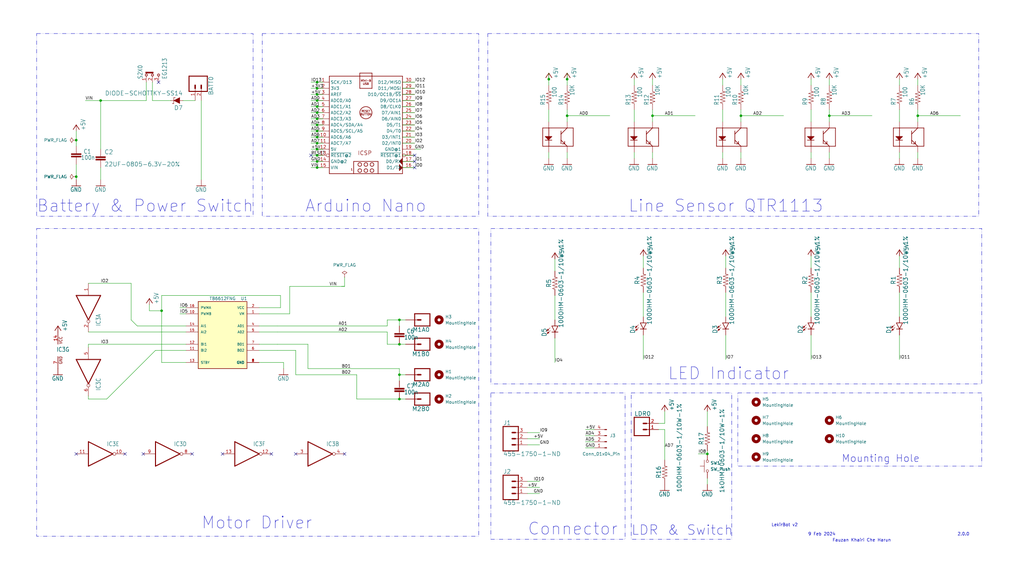
<source format=kicad_sch>
(kicad_sch (version 20230121) (generator eeschema)
  (paper "User" 426.517 239.243)
  (junction (at 132.08 52.07))
  (junction (at 132.08 57.15))
  (junction (at 31.75 58.42))
  (junction (at 132.08 62.23))
  (junction (at 132.08 44.45))
  (junction (at 166.37 143.51))
  (junction (at 31.75 73.66))
  (junction (at 132.08 49.53))
  (junction (at 294.64 189.23))
  (junction (at 308.61 48.26))
  (junction (at 345.44 48.26))
  (junction (at 132.08 34.29))
  (junction (at 132.08 69.85))
  (junction (at 132.08 54.61))
  (junction (at 132.08 59.69))
  (junction (at 41.91 41.91))
  (junction (at 166.37 166.37))
  (junction (at 132.08 39.37))
  (junction (at 132.08 64.77))
  (junction (at 132.08 36.83))
  (junction (at 228.6 33.02))
  (junction (at 166.37 156.21))
  (junction (at 132.08 67.31))
  (junction (at 236.22 33.02))
  (junction (at 271.78 48.26))
  (junction (at 382.27 48.26))
  (junction (at 236.22 48.26))
  (junction (at 67.31 129.54))
  (junction (at 132.08 41.91))
  (junction (at 166.37 133.35))
  (junction (at 132.08 46.99))
  (no_connect (at 172.72 67.31))
  (no_connect (at 52.07 189.23))
  (no_connect (at 80.01 189.23))
  (no_connect (at 129.54 64.77))
  (no_connect (at 59.69 189.23))
  (no_connect (at 92.71 189.23))
  (no_connect (at 172.72 69.85))
  (no_connect (at 66.04 34.29))
  (no_connect (at 31.75 189.23))
  (no_connect (at 123.19 189.23))
  (no_connect (at 143.51 189.23))
  (no_connect (at 172.72 64.77))
  (no_connect (at 113.03 189.23))
  (wire (pts (xy 120.65 119.38) (xy 143.51 119.38)) (stroke (width 0.1524)))
  (wire (pts (xy 132.08 67.31) (xy 134.62 67.31)) (stroke (width 0.1524)))
  (wire (pts (xy 128.27 153.67) (xy 166.37 153.67)) (stroke (width 0.1524)))
  (wire (pts (xy 148.59 156.21) (xy 148.59 166.37)) (stroke (width 0.1524)))
  (wire (pts (xy 167.64 49.53) (xy 172.72 49.53)) (stroke (width 0.1524)))
  (wire (pts (xy 67.31 151.13) (xy 77.47 151.13)))
  (wire (pts (xy 382.27 63.5) (xy 382.27 66.04)) (stroke (width 0.1524)))
  (wire (pts (xy 161.29 133.35) (xy 166.37 133.35)) (stroke (width 0.1524)))
  (wire (pts (xy 107.95 146.05) (xy 115.57 146.05)))
  (wire (pts (xy 374.65 111.76) (xy 374.65 106.68)) (stroke (width 0.1524)))
  (wire (pts (xy 167.64 41.91) (xy 172.72 41.91)) (stroke (width 0.1524)))
  (wire (pts (xy 166.37 166.37) (xy 168.91 166.37)) (stroke (width 0.1524)))
  (wire (pts (xy 276.86 179.07) (xy 274.32 179.07)) (stroke (width 0.1524)))
  (wire (pts (xy 264.16 45.72) (xy 264.16 50.8)) (stroke (width 0.1524)))
  (wire (pts (xy 345.44 63.5) (xy 345.44 66.04)) (stroke (width 0.1524)))
  (wire (pts (xy 67.31 151.13) (xy 67.31 129.54)))
  (wire (pts (xy 31.75 68.58) (xy 31.75 73.66)) (stroke (width 0.1524)))
  (wire (pts (xy 161.29 138.43) (xy 161.29 143.51)) (stroke (width 0.1524)))
  (wire (pts (xy 337.82 33.02) (xy 337.82 35.56)) (stroke (width 0.1524)))
  (wire (pts (xy 271.78 63.5) (xy 271.78 66.04)) (stroke (width 0.1524)))
  (wire (pts (xy 337.82 139.7) (xy 337.82 149.86)) (stroke (width 0.1524)))
  (wire (pts (xy 132.08 64.77) (xy 134.62 64.77)) (stroke (width 0.1524)))
  (wire (pts (xy 132.08 57.15) (xy 134.62 57.15)) (stroke (width 0.1524)))
  (wire (pts (xy 132.08 54.61) (xy 129.54 54.61)) (stroke (width 0.1524)))
  (wire (pts (xy 302.26 121.92) (xy 302.26 132.08)) (stroke (width 0.1524)))
  (wire (pts (xy 64.77 146.05) (xy 44.45 166.37)) (stroke (width 0.1524)))
  (wire (pts (xy 132.08 44.45) (xy 129.54 44.45)) (stroke (width 0.1524)))
  (wire (pts (xy 132.08 46.99) (xy 129.54 46.99)) (stroke (width 0.1524)))
  (wire (pts (xy 36.83 143.51) (xy 77.47 143.51)) (stroke (width 0.1524)))
  (wire (pts (xy 123.19 146.05) (xy 123.19 156.21)) (stroke (width 0.1524)))
  (wire (pts (xy 382.27 48.26) (xy 400.05 48.26)) (stroke (width 0.1524)))
  (wire (pts (xy 166.37 153.67) (xy 166.37 156.21)) (stroke (width 0.1524)))
  (wire (pts (xy 271.78 50.8) (xy 271.78 48.26)) (stroke (width 0.1524)))
  (wire (pts (xy 31.75 73.66) (xy 31.75 74.93)) (stroke (width 0.1524)))
  (wire (pts (xy 167.64 59.69) (xy 172.72 59.69)) (stroke (width 0.1524)))
  (wire (pts (xy 374.65 45.72) (xy 374.65 50.8)) (stroke (width 0.1524)))
  (wire (pts (xy 120.65 119.38) (xy 120.65 130.81)) (stroke (width 0.1524)))
  (wire (pts (xy 236.22 30.48) (xy 236.22 33.02)) (stroke (width 0.1524)))
  (wire (pts (xy 167.64 36.83) (xy 172.72 36.83)) (stroke (width 0.1524)))
  (wire (pts (xy 115.57 146.05) (xy 123.19 146.05)) (stroke (width 0.1524)))
  (wire (pts (xy 264.16 66.04) (xy 264.16 63.5)) (stroke (width 0.1524)))
  (wire (pts (xy 116.84 128.27) (xy 116.84 123.19)))
  (wire (pts (xy 115.57 135.89) (xy 161.29 135.89)) (stroke (width 0.1524)))
  (wire (pts (xy 74.93 128.27) (xy 77.47 128.27)))
  (wire (pts (xy 382.27 45.72) (xy 382.27 48.26)) (stroke (width 0.1524)))
  (wire (pts (xy 63.5 41.91) (xy 63.5 34.29)))
  (wire (pts (xy 219.71 200.66) (xy 224.79 200.66)) (stroke (width 0.1524)))
  (wire (pts (xy 132.08 52.07) (xy 134.62 52.07)) (stroke (width 0.1524)))
  (wire (pts (xy 132.08 44.45) (xy 134.62 44.45)) (stroke (width 0.1524)))
  (wire (pts (xy 267.97 121.92) (xy 267.97 132.08)) (stroke (width 0.1524)))
  (wire (pts (xy 31.75 58.42) (xy 31.75 60.96)) (stroke (width 0.1524)))
  (wire (pts (xy 382.27 33.02) (xy 382.27 35.56)) (stroke (width 0.1524)))
  (wire (pts (xy 128.27 153.67) (xy 128.27 143.51)) (stroke (width 0.1524)))
  (wire (pts (xy 132.08 39.37) (xy 129.54 39.37)) (stroke (width 0.1524)))
  (wire (pts (xy 267.97 111.76) (xy 267.97 106.68)) (stroke (width 0.1524)))
  (wire (pts (xy 167.64 67.31) (xy 172.72 67.31)) (stroke (width 0.1524)))
  (wire (pts (xy 228.6 33.02) (xy 228.6 35.56)) (stroke (width 0.1524)))
  (wire (pts (xy 36.83 143.51) (xy 36.83 144.78)) (stroke (width 0.1524)))
  (wire (pts (xy 167.64 39.37) (xy 172.72 39.37)) (stroke (width 0.1524)))
  (wire (pts (xy 231.14 113.03) (xy 231.14 107.95)) (stroke (width 0.1524)))
  (wire (pts (xy 236.22 50.8) (xy 236.22 48.26)) (stroke (width 0.1524)))
  (wire (pts (xy 64.77 146.05) (xy 77.47 146.05)))
  (wire (pts (xy 337.82 66.04) (xy 337.82 63.5)) (stroke (width 0.1524)))
  (wire (pts (xy 36.83 165.1) (xy 36.83 166.37)))
  (wire (pts (xy 374.65 33.02) (xy 374.65 35.56)) (stroke (width 0.1524)))
  (wire (pts (xy 219.71 203.2) (xy 224.79 203.2)) (stroke (width 0.1524)))
  (wire (pts (xy 302.26 139.7) (xy 302.26 149.86)) (stroke (width 0.1524)))
  (wire (pts (xy 41.91 69.85) (xy 41.91 74.93)) (stroke (width 0.1524)))
  (wire (pts (xy 294.64 199.39) (xy 294.64 201.93)))
  (wire (pts (xy 132.08 52.07) (xy 129.54 52.07)) (stroke (width 0.1524)))
  (wire (pts (xy 132.08 59.69) (xy 134.62 59.69)) (stroke (width 0.1524)))
  (wire (pts (xy 132.08 49.53) (xy 129.54 49.53)) (stroke (width 0.1524)))
  (wire (pts (xy 167.64 34.29) (xy 172.72 34.29)) (stroke (width 0.1524)))
  (wire (pts (xy 132.08 69.85) (xy 134.62 69.85)) (stroke (width 0.1524)))
  (wire (pts (xy 290.83 189.23) (xy 294.64 189.23)))
  (wire (pts (xy 228.6 66.04) (xy 228.6 63.5)) (stroke (width 0.1524)))
  (wire (pts (xy 264.16 33.02) (xy 264.16 35.56)) (stroke (width 0.1524)))
  (wire (pts (xy 166.37 158.75) (xy 166.37 156.21)) (stroke (width 0.1524)))
  (wire (pts (xy 243.84 184.15) (xy 247.65 184.15)))
  (wire (pts (xy 76.2 41.91) (xy 81.28 41.91)) (stroke (width 0.1524)))
  (wire (pts (xy 294.64 187.96) (xy 294.64 189.23)))
  (wire (pts (xy 167.64 57.15) (xy 172.72 57.15)) (stroke (width 0.1524)))
  (wire (pts (xy 271.78 48.26) (xy 289.56 48.26)) (stroke (width 0.1524)))
  (wire (pts (xy 60.96 34.29) (xy 60.96 41.91)) (stroke (width 0.1524)))
  (wire (pts (xy 115.57 138.43) (xy 161.29 138.43)) (stroke (width 0.1524)))
  (wire (pts (xy 374.65 121.92) (xy 374.65 132.08)) (stroke (width 0.1524)))
  (wire (pts (xy 107.95 130.81) (xy 120.65 130.81)) (stroke (width 0.1524)))
  (wire (pts (xy 83.82 41.91) (xy 83.82 74.93)) (stroke (width 0.1524)))
  (wire (pts (xy 67.31 123.19) (xy 67.31 129.54)))
  (wire (pts (xy 236.22 63.5) (xy 236.22 66.04)) (stroke (width 0.1524)))
  (wire (pts (xy 132.08 39.37) (xy 134.62 39.37)) (stroke (width 0.1524)))
  (wire (pts (xy 35.56 41.91) (xy 41.91 41.91)) (stroke (width 0.1524)))
  (wire (pts (xy 276.86 191.77) (xy 276.86 179.07)) (stroke (width 0.1524)))
  (wire (pts (xy 345.44 48.26) (xy 363.22 48.26)) (stroke (width 0.1524)))
  (wire (pts (xy 308.61 50.8) (xy 308.61 48.26)) (stroke (width 0.1524)))
  (wire (pts (xy 132.08 64.77) (xy 129.54 64.77)) (stroke (width 0.1524)))
  (wire (pts (xy 41.91 62.23) (xy 41.91 41.91)) (stroke (width 0.1524)))
  (wire (pts (xy 167.64 46.99) (xy 172.72 46.99)) (stroke (width 0.1524)))
  (wire (pts (xy 166.37 143.51) (xy 168.91 143.51)) (stroke (width 0.1524)))
  (wire (pts (xy 166.37 133.35) (xy 168.91 133.35)) (stroke (width 0.1524)))
  (wire (pts (xy 228.6 45.72) (xy 228.6 50.8)) (stroke (width 0.1524)))
  (wire (pts (xy 271.78 45.72) (xy 271.78 48.26)) (stroke (width 0.1524)))
  (wire (pts (xy 228.6 30.48) (xy 228.6 33.02)) (stroke (width 0.1524)))
  (wire (pts (xy 36.83 138.43) (xy 77.47 138.43)) (stroke (width 0.1524)))
  (wire (pts (xy 219.71 182.88) (xy 224.79 182.88)) (stroke (width 0.1524)))
  (wire (pts (xy 167.64 44.45) (xy 172.72 44.45)) (stroke (width 0.1524)))
  (wire (pts (xy 62.23 129.54) (xy 62.23 127)) (stroke (width 0.1524)))
  (wire (pts (xy 132.08 34.29) (xy 134.62 34.29)) (stroke (width 0.1524)))
  (wire (pts (xy 308.61 48.26) (xy 326.39 48.26)) (stroke (width 0.1524)))
  (wire (pts (xy 382.27 50.8) (xy 382.27 48.26)) (stroke (width 0.1524)))
  (wire (pts (xy 243.84 179.07) (xy 247.65 179.07)))
  (wire (pts (xy 132.08 62.23) (xy 129.54 62.23)) (stroke (width 0.1524)))
  (wire (pts (xy 107.95 138.43) (xy 115.57 138.43)))
  (wire (pts (xy 337.82 111.76) (xy 337.82 106.68)) (stroke (width 0.1524)))
  (wire (pts (xy 132.08 62.23) (xy 134.62 62.23)) (stroke (width 0.1524)))
  (wire (pts (xy 132.08 57.15) (xy 129.54 57.15)) (stroke (width 0.1524)))
  (wire (pts (xy 300.99 66.04) (xy 300.99 63.5)) (stroke (width 0.1524)))
  (wire (pts (xy 132.08 67.31) (xy 129.54 67.31)) (stroke (width 0.1524)))
  (wire (pts (xy 107.95 135.89) (xy 115.57 135.89)))
  (wire (pts (xy 300.99 45.72) (xy 300.99 50.8)) (stroke (width 0.1524)))
  (wire (pts (xy 172.72 62.23) (xy 175.26 62.23)) (stroke (width 0.1524)))
  (wire (pts (xy 167.64 52.07) (xy 172.72 52.07)) (stroke (width 0.1524)))
  (wire (pts (xy 274.32 176.53) (xy 276.86 176.53)) (stroke (width 0.1524)))
  (wire (pts (xy 107.95 128.27) (xy 116.84 128.27)))
  (wire (pts (xy 132.08 54.61) (xy 134.62 54.61)) (stroke (width 0.1524)))
  (wire (pts (xy 132.08 41.91) (xy 129.54 41.91)) (stroke (width 0.1524)))
  (wire (pts (xy 132.08 59.69) (xy 129.54 59.69)) (stroke (width 0.1524)))
  (wire (pts (xy 219.71 180.34) (xy 224.79 180.34)) (stroke (width 0.1524)))
  (wire (pts (xy 219.71 185.42) (xy 224.79 185.42)) (stroke (width 0.1524)))
  (wire (pts (xy 132.08 69.85) (xy 129.54 69.85)) (stroke (width 0.1524)))
  (wire (pts (xy 148.59 166.37) (xy 166.37 166.37)) (stroke (width 0.1524)))
  (wire (pts (xy 116.84 123.19) (xy 67.31 123.19)))
  (wire (pts (xy 302.26 111.76) (xy 302.26 106.68)) (stroke (width 0.1524)))
  (wire (pts (xy 67.31 129.54) (xy 62.23 129.54)))
  (wire (pts (xy 167.64 54.61) (xy 172.72 54.61)) (stroke (width 0.1524)))
  (wire (pts (xy 41.91 41.91) (xy 60.96 41.91)) (stroke (width 0.1524)))
  (wire (pts (xy 118.11 151.13) (xy 118.11 153.67)) (stroke (width 0.1524)))
  (wire (pts (xy 57.15 135.89) (xy 77.47 135.89)))
  (wire (pts (xy 374.65 139.7) (xy 374.65 149.86)) (stroke (width 0.1524)))
  (wire (pts (xy 300.99 33.02) (xy 300.99 35.56)) (stroke (width 0.1524)))
  (wire (pts (xy 143.51 119.38) (xy 142.24 119.38)))
  (wire (pts (xy 71.12 41.91) (xy 63.5 41.91)))
  (wire (pts (xy 243.84 181.61) (xy 247.65 181.61)))
  (wire (pts (xy 231.14 140.97) (xy 231.14 151.13)) (stroke (width 0.1524)))
  (wire (pts (xy 107.95 143.51) (xy 115.57 143.51)))
  (wire (pts (xy 132.08 41.91) (xy 134.62 41.91)) (stroke (width 0.1524)))
  (wire (pts (xy 132.08 36.83) (xy 134.62 36.83)) (stroke (width 0.1524)))
  (wire (pts (xy 308.61 45.72) (xy 308.61 48.26)) (stroke (width 0.1524)))
  (wire (pts (xy 345.44 33.02) (xy 345.44 35.56)) (stroke (width 0.1524)))
  (wire (pts (xy 132.08 34.29) (xy 129.54 34.29)) (stroke (width 0.1524)))
  (wire (pts (xy 161.29 135.89) (xy 161.29 133.35)) (stroke (width 0.1524)))
  (wire (pts (xy 219.71 205.74) (xy 224.79 205.74)) (stroke (width 0.1524)))
  (wire (pts (xy 123.19 156.21) (xy 148.59 156.21)) (stroke (width 0.1524)))
  (wire (pts (xy 36.83 166.37) (xy 44.45 166.37)))
  (wire (pts (xy 337.82 121.92) (xy 337.82 132.08)) (stroke (width 0.1524)))
  (wire (pts (xy 236.22 48.26) (xy 254 48.26)) (stroke (width 0.1524)))
  (wire (pts (xy 107.95 151.13) (xy 118.11 151.13)) (stroke (width 0.1524)))
  (wire (pts (xy 236.22 45.72) (xy 236.22 48.26)) (stroke (width 0.1524)))
  (wire (pts (xy 271.78 33.02) (xy 271.78 35.56)) (stroke (width 0.1524)))
  (wire (pts (xy 294.64 171.45) (xy 294.64 177.8)))
  (wire (pts (xy 54.61 118.11) (xy 36.83 118.11)) (stroke (width 0.1524)))
  (wire (pts (xy 345.44 50.8) (xy 345.44 48.26)) (stroke (width 0.1524)))
  (wire (pts (xy 132.08 49.53) (xy 134.62 49.53)) (stroke (width 0.1524)))
  (wire (pts (xy 267.97 139.7) (xy 267.97 149.86)) (stroke (width 0.1524)))
  (wire (pts (xy 161.29 143.51) (xy 166.37 143.51)) (stroke (width 0.1524)))
  (wire (pts (xy 236.22 33.02) (xy 236.22 35.56)) (stroke (width 0.1524)))
  (wire (pts (xy 166.37 135.89) (xy 166.37 133.35)) (stroke (width 0.1524)))
  (wire (pts (xy 115.57 143.51) (xy 128.27 143.51)) (stroke (width 0.1524)))
  (wire (pts (xy 308.61 33.02) (xy 308.61 35.56)) (stroke (width 0.1524)))
  (wire (pts (xy 167.64 64.77) (xy 172.72 64.77)) (stroke (width 0.1524)))
  (wire (pts (xy 337.82 45.72) (xy 337.82 50.8)) (stroke (width 0.1524)))
  (wire (pts (xy 31.75 54.61) (xy 31.75 58.42)) (stroke (width 0.1524)))
  (wire (pts (xy 231.14 123.19) (xy 231.14 133.35)) (stroke (width 0.1524)))
  (wire (pts (xy 308.61 63.5) (xy 308.61 66.04)) (stroke (width 0.1524)))
  (wire (pts (xy 143.51 115.57) (xy 143.51 119.38)))
  (wire (pts (xy 345.44 45.72) (xy 345.44 48.26)) (stroke (width 0.1524)))
  (wire (pts (xy 166.37 156.21) (xy 168.91 156.21)) (stroke (width 0.1524)))
  (wire (pts (xy 57.15 135.89) (xy 54.61 133.35)) (stroke (width 0.1524)))
  (wire (pts (xy 132.08 36.83) (xy 129.54 36.83)) (stroke (width 0.1524)))
  (wire (pts (xy 374.65 66.04) (xy 374.65 63.5)) (stroke (width 0.1524)))
  (wire (pts (xy 54.61 133.35) (xy 54.61 118.11)) (stroke (width 0.1524)))
  (wire (pts (xy 74.93 130.81) (xy 77.47 130.81)))
  (wire (pts (xy 243.84 186.69) (xy 247.65 186.69)))
  (wire (pts (xy 132.08 46.99) (xy 134.62 46.99)) (stroke (width 0.1524)))
  (wire (pts (xy 167.64 69.85) (xy 172.72 69.85)) (stroke (width 0.1524)))
  (wire (pts (xy 276.86 176.53) (xy 276.86 171.45)) (stroke (width 0.1524)))
  (rectangle (start 203.2 13.97) (end 407.67 90.17) (stroke (width 0) (type dash_dot_dot)))
  (rectangle (start 262.89 163.83) (end 304.8 224.79) (stroke (width 0) (type dash_dot_dot)))
  (rectangle (start 204.47 95.25) (end 408.94 160.02) (stroke (width 0) (type dash_dot_dot)))
  (rectangle (start 109.22 13.97) (end 199.39 90.17) (stroke (width 0) (type dash_dot_dot)))
  (rectangle (start 204.47 163.83) (end 260.35 224.79) (stroke (width 0) (type dash_dot_dot)))
  (rectangle (start 307.34 163.83) (end 408.94 194.31) (stroke (width 0) (type dash_dot_dot)))
  (rectangle (start 15.24 13.97) (end 105.41 90.17) (stroke (width 0) (type dash_dot_dot)))
  (rectangle (start 15.24 95.25) (end 199.39 223.52) (stroke (width 0) (type dash_dot_dot)))
  (text "Arduino Nano" (at 127 88.9 0) (effects (font (size 5 5)) (justify left bottom)))
  (text "Motor Driver" (at 83.82 220.98 0) (effects (font (size 5 5)) (justify left bottom)))
  (text "LDR	& Switch\n" (at 262.89 223.52 0) (effects (font (size 4 4)) (justify left bottom)))
  (text "LED Indicator" (at 278.13 158.75 0) (effects (font (size 5 5)) (justify left bottom)))
  (text "LekirBot v2" (at 321.31 219.71 0) (effects (font (size 1.27 1.27)) (justify left bottom)))
  (text "Line Sensor QTR1113" (at 261.62 88.9 0) (effects (font (size 5 5)) (justify left bottom)))
  (text "2.0.0\n" (at 398.78 223.52 0) (effects (font (size 1.27 1.27)) (justify left bottom)))
  (text "Mounting Hole" (at 350.52 193.04 0) (effects (font (size 3 3)) (justify left bottom)))
  (text "Fauzan Khairi Che Harun" (at 346.71 226.06 0) (effects (font (size 1.27 1.27)) (justify left bottom)))
  (text "9 Feb 2024\n" (at 336.55 223.52 0) (effects (font (size 1.27 1.27)) (justify left bottom)))
  (text "Connector" (at 219.71 223.52 0) (effects (font (size 5 5)) (justify left bottom)))
  (text "Battery & Power Switch" (at 15.24 88.9 0) (effects (font (size 5 5)) (justify left bottom)))
  (label "AD5" (at 129.54 54.61 0) (effects (font (size 1.2446 1.2446))))
  (label "IO12" (at 172.72 34.29 0) (effects (font (size 1.2446 1.2446))))
  (label "AD1" (at 276.86 48.26 0) (effects (font (size 1.2446 1.2446))))
  (label "AD3" (at 129.54 49.53 0) (effects (font (size 1.2446 1.2446))))
  (label "IO6" (at 172.72 49.53 0) (effects (font (size 1.2446 1.2446))))
  (label "IO0" (at 172.72 69.85 0) (effects (font (size 1.2446 1.2446))))
  (label "IO9" (at 172.72 41.91 0) (effects (font (size 1.2446 1.2446))))
  (label "RESET" (at 129.54 64.77 0) (effects (font (size 1.2446 1.2446))))
  (label "AD4" (at 129.54 52.07 0) (effects (font (size 1.2446 1.2446))))
  (label "AD0" (at 241.3 48.26 0) (effects (font (size 1.2446 1.2446))))
  (label "AD7" (at 276.86 186.69 0) (effects (font (size 1.2446 1.2446))))
  (label "AD6" (at 387.35 48.26 0) (effects (font (size 1.2446 1.2446))))
  (label "IO12" (at 267.97 149.86 0) (effects (font (size 1.2446 1.2446))))
  (label "IO7" (at 302.26 149.86 0) (effects (font (size 1.2446 1.2446))))
  (label "IO13" (at 337.82 149.86 0) (effects (font (size 1.2446 1.2446))))
  (label "GND" (at 172.72 62.23 0) (effects (font (size 1.2446 1.2446))))
  (label "AD4" (at 243.84 181.61 0))
  (label "+5V" (at 219.71 203.2 0) (effects (font (size 1.2446 1.2446))))
  (label "AD1" (at 129.54 44.45 0) (effects (font (size 1.2446 1.2446))))
  (label "AD2" (at 313.69 48.26 0) (effects (font (size 1.2446 1.2446))))
  (label "IO13" (at 129.54 34.29 0) (effects (font (size 1.2446 1.2446))))
  (label "GND" (at 222.25 205.74 0) (effects (font (size 1.2446 1.2446))))
  (label "IO4" (at 172.72 54.61 0) (effects (font (size 1.2446 1.2446))))
  (label "+5V" (at 129.54 62.23 0) (effects (font (size 1.2446 1.2446))))
  (label "VIN" (at 129.54 69.85 0) (effects (font (size 1.2446 1.2446))))
  (label "VIN" (at 35.56 41.91 0) (effects (font (size 1.2446 1.2446))))
  (label "IO4" (at 231.14 151.13 0) (effects (font (size 1.2446 1.2446))))
  (label "GND" (at 224.79 185.42 0) (effects (font (size 1.2446 1.2446))))
  (label "IO6" (at 74.93 128.27 0))
  (label "IO8" (at 172.72 44.45 0) (effects (font (size 1.2446 1.2446))))
  (label "IO3" (at 41.91 143.51 0) (effects (font (size 1.2446 1.2446))))
  (label "AD7" (at 129.54 59.69 0) (effects (font (size 1.2446 1.2446))))
  (label "B01" (at 142.24 153.67 0))
  (label "IO1" (at 172.72 67.31 0) (effects (font (size 1.2446 1.2446))))
  (label "IO5" (at 74.93 130.81 0))
  (label "IO2" (at 172.72 59.69 0) (effects (font (size 1.2446 1.2446))))
  (label "VIN" (at 137.16 119.38 0) (effects (font (size 1.2446 1.2446))))
  (label "IO5" (at 172.72 52.07 0) (effects (font (size 1.2446 1.2446))))
  (label "+5V" (at 129.54 39.37 0) (effects (font (size 1.2446 1.2446))))
  (label "AD2" (at 129.54 46.99 0) (effects (font (size 1.2446 1.2446))))
  (label "GND" (at 243.84 186.69 0))
  (label "IO10" (at 222.25 200.66 0) (effects (font (size 1.2446 1.2446))))
  (label "IO3" (at 172.72 57.15 0) (effects (font (size 1.2446 1.2446))))
  (label "IO2" (at 41.91 118.11 0) (effects (font (size 1.2446 1.2446))))
  (label "A01" (at 140.97 135.89 0))
  (label "IO10" (at 172.72 39.37 0) (effects (font (size 1.2446 1.2446))))
  (label "IO7" (at 172.72 46.99 0) (effects (font (size 1.2446 1.2446))))
  (label "B02" (at 142.24 156.21 0))
  (label "IO11" (at 374.65 149.86 0) (effects (font (size 1.2446 1.2446))))
  (label "GND" (at 129.54 67.31 0) (effects (font (size 1.2446 1.2446))))
  (label "AD3" (at 350.52 48.26 0) (effects (font (size 1.2446 1.2446))))
  (label "+3V3" (at 129.54 36.83 0) (effects (font (size 1.2446 1.2446))))
  (label "AD5" (at 243.84 184.15 0))
  (label "AD0" (at 129.54 41.91 0) (effects (font (size 1.2446 1.2446))))
  (label "IO9" (at 224.79 180.34 0) (effects (font (size 1.2446 1.2446))))
  (label "IO8" (at 290.83 189.23 0))
  (label "AD6" (at 129.54 57.15 0) (effects (font (size 1.2446 1.2446))))
  (label "IO11" (at 172.72 36.83 0) (effects (font (size 1.2446 1.2446))))
  (label "A02" (at 140.97 138.43 0))
  (label "+5V" (at 222.25 182.88 0) (effects (font (size 1.2446 1.2446))))
  (label "+5V" (at 243.84 179.07 0))
  (symbol (lib_id "lekirbot-eagle-import:LED-FKIT-1206") (at 337.82 134.62 0) (unit 1)
    (property "Reference" "D2" (at 334.391 139.192 90) (effects (font (size 1.778 1.778)) (justify left bottom)))
    (property "Value" "LED-FKIT-1206" (effects hide))
    (property "Footprint" "lekirbot:FKIT-LED-1206" (effects hide))
  )
  (symbol (lib_id "lekirbot-eagle-import:C-EU0603-RND") (at 31.75 66.04 0) (mirror x) (unit 1)
    (property "Reference" "C1" (at 37.973 64.135 0) (effects (font (size 1.778 1.5113)) (justify right top)))
    (property "Value" "100n" (at 39.624 66.675 0) (effects (font (size 1.778 1.5113)) (justify right top)))
    (property "Footprint" "lekirbot:C0603-ROUND" (effects hide))
  )
  (symbol (lib_id "lekirbot-eagle-import:CONN_03") (at 212.09 182.88 0) (unit 1)
    (property "Reference" "J1" (at 209.55 177.292 0) (effects (font (size 1.778 1.778)) (justify left bottom)))
    (property "Value" "455-1750-1-ND" (at 209.55 190.246 0) (effects (font (size 1.778 1.778)) (justify left bottom)))
    (property "Footprint" "lekirbot:1X03" (effects hide))
  )
  (symbol (lib_id "power:PWR_FLAG") (at 143.51 115.57 0) (unit 1)
    (property "Reference" "#FLG03" (effects hide))
    (property "Value" "PWR_FLAG" (at 143.51 110.49 0))
  )
  (symbol (lib_id "lekirbot-eagle-import:ARDUINO_NANO") (at 152.4 46.99 180) (unit 1)
    (property "Reference" "ARDUINO_NANO1" (effects hide))
    (property "Value" "ARDUINO_NANO" (effects hide))
    (property "Footprint" "lekirbot:ARDUINO_NANO" (effects hide))
  )
  (symbol (lib_id "lekirbot-eagle-import:CONN_01") (at 176.53 166.37 180) (unit 1)
    (property "Reference" "M2B0" (at 179.07 169.418 0) (effects (font (size 1.778 1.778)) (justify left bottom)))
    (property "Value" "CONN_01" (effects hide))
    (property "Footprint" "lekirbot:1X01" (effects hide))
  )
  (symbol (lib_id "lekirbot-eagle-import:QRE11131{colon}1") (at 342.9 55.88 0) (mirror y) (unit 1)
    (property "Reference" "U7" (effects hide))
    (property "Value" "QRE11131{colon}1" (effects hide))
    (property "Footprint" "lekirbot:QRE1113-1_1" (effects hide))
  )
  (symbol (lib_id "lekirbot-eagle-import:QRE11131{colon}1") (at 269.24 55.88 0) (mirror y) (unit 1)
    (property "Reference" "U5" (effects hide))
    (property "Value" "QRE11131{colon}1" (effects hide))
    (property "Footprint" "lekirbot:QRE1113-1_1" (effects hide))
  )
  (symbol (lib_id "Mechanical:MountingHole") (at 182.88 143.51 0) (unit 1)
    (property "Reference" "H4" (at 185.42 142.24 0) (effects (justify left)))
    (property "Value" "MountingHole" (at 185.42 144.78 0) (effects (justify left)))
    (property "Footprint" "MountingHole:MountingHole_3.2mm_M3" (effects hide))
  )
  (symbol (lib_id "lekirbot-eagle-import:100OHM-0603-1/10W-1%") (at 337.82 116.84 90) (unit 1)
    (property "Reference" "R2" (at 336.296 116.84 0) (effects (font (size 1.778 1.778)) (justify bottom)))
    (property "Value" "100OHM-0603-1/10W-1%" (at 339.344 116.84 0) (effects (font (size 1.778 1.778)) (justify top)))
    (property "Footprint" "lekirbot:0603" (effects hide))
  )
  (symbol (lib_id "lekirbot-eagle-import:RESISTOR0603-RES") (at 264.16 40.64 90) (unit 1)
    (property "Reference" "R13" (at 262.636 43.942 0) (effects (font (size 1.778 1.5113)) (justify left bottom)))
    (property "Value" "100" (at 267.462 40.64 0) (effects (font (size 1.778 1.5113)) (justify left bottom)))
    (property "Footprint" "lekirbot:0603-RES" (effects hide))
  )
  (symbol (lib_id "Mechanical:MountingHole") (at 345.44 175.26 0) (unit 1)
    (property "Reference" "H6" (at 347.98 173.99 0) (effects (justify left)))
    (property "Value" "MountingHole" (at 347.98 176.53 0) (effects (justify left)))
    (property "Footprint" "MountingHole:MountingHole_3.2mm_M3" (effects hide))
  )
  (symbol (lib_id "lekirbot-eagle-import:RESISTOR0603-RES") (at 374.65 40.64 90) (unit 1)
    (property "Reference" "R7" (at 373.126 43.942 0) (effects (font (size 1.778 1.5113)) (justify left bottom)))
    (property "Value" "100" (at 377.952 40.64 0) (effects (font (size 1.778 1.5113)) (justify left bottom)))
    (property "Footprint" "lekirbot:0603-RES" (effects hide))
  )
  (symbol (lib_id "lekirbot-eagle-import:+5V") (at 337.82 30.48 0) (unit 1)
    (property "Reference" "#P+010" (effects hide))
    (property "Value" "+5V" (at 339.725 27.94 90) (effects (font (size 1.778 1.5113)) (justify right top)))
  )
  (symbol (lib_id "lekirbot-eagle-import:SparkFun_GND") (at 271.78 68.58 0) (unit 1)
    (property "Reference" "#GND05" (effects hide))
    (property "Value" "GND" (at 269.24 71.12 0) (effects (font (size 1.778 1.5113)) (justify left bottom)))
  )
  (symbol (lib_id "lekirbot-eagle-import:SparkFun_GND") (at 382.27 68.58 0) (unit 1)
    (property "Reference" "#GND011" (effects hide))
    (property "Value" "GND" (at 379.73 71.12 0) (effects (font (size 1.778 1.5113)) (justify left bottom)))
  )
  (symbol (lib_id "lekirbot-eagle-import:+5V") (at 308.61 30.48 0) (unit 1)
    (property "Reference" "#P+05" (effects hide))
    (property "Value" "+5V" (at 310.515 27.94 90) (effects (font (size 1.778 1.5113)) (justify right top)))
  )
  (symbol (lib_id "lekirbot-eagle-import:RESISTOR0603-RES") (at 300.99 40.64 90) (unit 1)
    (property "Reference" "R11" (at 299.466 43.942 0) (effects (font (size 1.778 1.5113)) (justify left bottom)))
    (property "Value" "100" (at 304.292 40.64 0) (effects (font (size 1.778 1.5113)) (justify left bottom)))
    (property "Footprint" "lekirbot:0603-RES" (effects hide))
  )
  (symbol (lib_id "lekirbot-eagle-import:EG1213") (at 63.5 31.75 90) (unit 1)
    (property "Reference" "S2X0" (at 59.3725 33.02 0) (effects (font (size 1.778 1.5113)) (justify left bottom)))
    (property "Value" "EG1213" (at 69.5325 33.02 0) (effects (font (size 1.778 1.5113)) (justify left bottom)))
    (property "Footprint" "lekirbot:EG1213" (effects hide))
  )
  (symbol (lib_id "lekirbot-eagle-import:RESISTOR0603-RES") (at 382.27 40.64 270) (unit 1)
    (property "Reference" "R6" (at 380.746 43.942 0) (effects (font (size 1.778 1.5113)) (justify right top)))
    (property "Value" "10K" (at 385.318 39.878 0) (effects (font (size 1.778 1.5113)) (justify right top)))
    (property "Footprint" "lekirbot:0603-RES" (effects hide))
  )
  (symbol (lib_id "lekirbot-eagle-import:RESISTOR0603-RES") (at 308.61 40.64 270) (unit 1)
    (property "Reference" "R10" (at 307.086 43.942 0) (effects (font (size 1.778 1.5113)) (justify right top)))
    (property "Value" "10K" (at 311.658 39.878 0) (effects (font (size 1.778 1.5113)) (justify right top)))
    (property "Footprint" "lekirbot:0603-RES" (effects hide))
  )
  (symbol (lib_id "lekirbot-eagle-import:+5V") (at 31.75 52.07 0) (unit 1)
    (property "Reference" "#P+09" (effects hide))
    (property "Value" "+5V" (at 33.655 49.53 90) (effects (font (size 1.778 1.5113)) (justify right top)))
  )
  (symbol (lib_id "ROB-14450:ROB-14450") (at 92.71 140.97 0) (unit 1)
    (property "Reference" "U1" (at 101.6 124.46 0))
    (property "Value" "TB6612FNG" (at 92.71 124.46 0))
    (property "Footprint" "ROB-14450:MODULE_ROB-14450" (effects hide))
    (property "MF" "SparkFun Electronics" (effects hide))
    (property "Description" "\nTB6612FNG Motor Controller/Driver Power Management Evaluation Board\n" (effects hide))
    (property "Package" "None" (effects hide))
    (property "Price" "None" (effects hide))
    (property "Check_prices" "https://www.snapeda.com/parts/ROB-14450/SparkFun+Electronics/view-part/?ref=eda" (effects hide))
    (property "STANDARD" "Manufacturer Recommendation" (effects hide))
    (property "PARTREV" "11-13-17" (effects hide))
    (property "SnapEDA_Link" "https://www.snapeda.com/parts/ROB-14450/SparkFun+Electronics/view-part/?ref=snap" (effects hide))
    (property "MP" "ROB-14450" (effects hide))
    (property "Purchase-URL" "https://www.snapeda.com/api/url_track_click_mouser/?unipart_id=2656367&manufacturer=SparkFun Electronics&part_name=ROB-14450&search_term=None" (effects hide))
    (property "Availability" "In Stock" (effects hide))
    (property "MANUFACTURER" "Sparkfun Electronics" (effects hide))
  )
  (symbol (lib_id "lekirbot-eagle-import:LED-FKIT-1206") (at 231.14 135.89 0) (unit 1)
    (property "Reference" "D5" (at 227.711 140.462 90) (effects (font (size 1.778 1.778)) (justify left bottom)))
    (property "Value" "LED-FKIT-1206" (effects hide))
    (property "Footprint" "lekirbot:FKIT-LED-1206" (effects hide))
  )
  (symbol (lib_id "lekirbot-eagle-import:+5V") (at 337.82 104.14 0) (unit 1)
    (property "Reference" "#P+016" (effects hide))
    (property "Value" "+5V" (at 339.725 101.6 90) (effects (font (size 1.778 1.5113)) (justify right top)))
  )
  (symbol (lib_id "Mechanical:MountingHole") (at 345.44 182.88 0) (unit 1)
    (property "Reference" "H10" (at 347.98 181.61 0) (effects (justify left)))
    (property "Value" "MountingHole" (at 347.98 184.15 0) (effects (justify left)))
    (property "Footprint" "MountingHole:MountingHole_3.2mm_M3" (effects hide))
  )
  (symbol (lib_id "lekirbot-eagle-import:CONN_02") (at 81.28 34.29 270) (unit 1)
    (property "Reference" "BATT0" (at 86.868 31.75 0) (effects (font (size 1.778 1.778)) (justify left bottom)))
    (property "Value" "CONN_02" (effects hide))
    (property "Footprint" "lekirbot:1X02" (effects hide))
  )
  (symbol (lib_id "lekirbot-eagle-import:SparkFun_GND") (at 300.99 68.58 0) (unit 1)
    (property "Reference" "#GND06" (effects hide))
    (property "Value" "GND" (at 298.45 71.12 0) (effects (font (size 1.778 1.5113)) (justify left bottom)))
  )
  (symbol (lib_id "lekirbot-eagle-import:+5V") (at 62.23 124.46 0) (unit 1)
    (property "Reference" "#P+06" (effects hide))
    (property "Value" "+5V" (at 64.135 121.92 90) (effects (font (size 1.778 1.5113)) (justify right top)))
  )
  (symbol (lib_id "lekirbot-eagle-import:+5V") (at 345.44 30.48 0) (unit 1)
    (property "Reference" "#P+08" (effects hide))
    (property "Value" "+5V" (at 347.345 27.94 90) (effects (font (size 1.778 1.5113)) (justify right top)))
  )
  (symbol (lib_id "lekirbot-eagle-import:+5V") (at 236.22 30.48 0) (unit 1)
    (property "Reference" "#P+01" (effects hide))
    (property "Value" "+5V" (at 238.125 27.94 90) (effects (font (size 1.778 1.5113)) (justify right top)))
  )
  (symbol (lib_id "lekirbot-eagle-import:22UF-0805-6.3V-20%") (at 41.91 67.31 0) (unit 1)
    (property "Reference" "C2" (at 43.434 64.389 0) (effects (font (size 1.778 1.778)) (justify left bottom)))
    (property "Value" "22UF-0805-6.3V-20%" (at 43.434 69.469 0) (effects (font (size 1.778 1.778)) (justify left bottom)))
    (property "Footprint" "lekirbot:0805" (effects hide))
  )
  (symbol (lib_id "lekirbot-eagle-import:LED-FKIT-1206") (at 374.65 134.62 0) (unit 1)
    (property "Reference" "D1" (at 371.221 139.192 90) (effects (font (size 1.778 1.778)) (justify left bottom)))
    (property "Value" "LED-FKIT-1206" (effects hide))
    (property "Footprint" "lekirbot:FKIT-LED-1206" (effects hide))
  )
  (symbol (lib_id "lekirbot-eagle-import:CONN_01") (at 176.53 156.21 180) (unit 1)
    (property "Reference" "M2A0" (at 179.07 159.258 0) (effects (font (size 1.778 1.778)) (justify left bottom)))
    (property "Value" "CONN_01" (effects hide))
    (property "Footprint" "lekirbot:1X01" (effects hide))
  )
  (symbol (lib_id "lekirbot-eagle-import:CONN_03") (at 212.09 203.2 0) (unit 1)
    (property "Reference" "J2" (at 209.55 197.612 0) (effects (font (size 1.778 1.778)) (justify left bottom)))
    (property "Value" "455-1750-1-ND" (at 209.55 210.566 0) (effects (font (size 1.778 1.778)) (justify left bottom)))
    (property "Footprint" "lekirbot:1X03" (effects hide))
  )
  (symbol (lib_id "lekirbot-eagle-import:LED-FKIT-1206") (at 302.26 134.62 0) (unit 1)
    (property "Reference" "D3" (at 298.831 139.192 90) (effects (font (size 1.778 1.778)) (justify left bottom)))
    (property "Value" "LED-FKIT-1206" (effects hide))
    (property "Footprint" "lekirbot:FKIT-LED-1206" (effects hide))
  )
  (symbol (lib_id "lekirbot-eagle-import:7404D") (at 41.91 189.23 0) (unit 5)
    (property "Reference" "IC3" (at 44.45 186.055 0) (effects (font (size 1.778 1.5113)) (justify left bottom)))
    (property "Value" "7404D" (effects hide))
    (property "Footprint" "lekirbot:SO14" (effects hide))
    (property "SPICEPREFIX" "I" (effects hide))
  )
  (symbol (lib_id "lekirbot-eagle-import:+5V") (at 302.26 104.14 0) (unit 1)
    (property "Reference" "#P+017" (effects hide))
    (property "Value" "+5V" (at 304.165 101.6 90) (effects (font (size 1.778 1.5113)) (justify right top)))
  )
  (symbol (lib_id "lekirbot-eagle-import:GND") (at 276.86 204.47 0) (unit 1)
    (property "Reference" "#GND013" (effects hide))
    (property "Value" "GND" (at 274.32 207.01 0) (effects (font (size 1.778 1.5113)) (justify left bottom)))
  )
  (symbol (lib_id "lekirbot-eagle-import:SparkFun_GND") (at 41.91 77.47 0) (unit 1)
    (property "Reference" "#GND014" (effects hide))
    (property "Value" "GND" (at 39.37 80.01 0) (effects (font (size 1.778 1.5113)) (justify left bottom)))
  )
  (symbol (lib_id "lekirbot-eagle-import:100OHM-0603-1/10W-1%") (at 374.65 116.84 90) (unit 1)
    (property "Reference" "R1" (at 373.126 116.84 0) (effects (font (size 1.778 1.778)) (justify bottom)))
    (property "Value" "100OHM-0603-1/10W-1%" (at 376.174 116.84 0) (effects (font (size 1.778 1.778)) (justify top)))
    (property "Footprint" "lekirbot:0603" (effects hide))
  )
  (symbol (lib_id "lekirbot-eagle-import:+5V") (at 231.14 105.41 0) (unit 1)
    (property "Reference" "#P+015" (effects hide))
    (property "Value" "+5V" (at 233.045 102.87 90) (effects (font (size 1.778 1.5113)) (justify right top)))
  )
  (symbol (lib_id "lekirbot-eagle-import:100OHM-0603-1/10W-1%") (at 267.97 116.84 90) (unit 1)
    (property "Reference" "R4" (at 266.446 116.84 0) (effects (font (size 1.778 1.778)) (justify bottom)))
    (property "Value" "100OHM-0603-1/10W-1%" (at 269.494 116.84 0) (effects (font (size 1.778 1.778)) (justify top)))
    (property "Footprint" "lekirbot:0603" (effects hide))
  )
  (symbol (lib_id "lekirbot-eagle-import:RESISTOR0603-RES") (at 345.44 40.64 270) (unit 1)
    (property "Reference" "R8" (at 343.916 43.942 0) (effects (font (size 1.778 1.5113)) (justify right top)))
    (property "Value" "10K" (at 348.488 39.878 0) (effects (font (size 1.778 1.5113)) (justify right top)))
    (property "Footprint" "lekirbot:0603-RES" (effects hide))
  )
  (symbol (lib_id "lekirbot-eagle-import:SparkFun_GND") (at 31.75 77.47 0) (unit 1)
    (property "Reference" "#GND01" (effects hide))
    (property "Value" "GND" (at 29.21 80.01 0) (effects (font (size 1.778 1.5113)) (justify left bottom)))
  )
  (symbol (lib_id "lekirbot-eagle-import:RESISTOR0603-RES") (at 271.78 40.64 270) (unit 1)
    (property "Reference" "R12" (at 270.256 43.942 0) (effects (font (size 1.778 1.5113)) (justify right top)))
    (property "Value" "10K" (at 274.828 39.878 0) (effects (font (size 1.778 1.5113)) (justify right top)))
    (property "Footprint" "lekirbot:0603-RES" (effects hide))
  )
  (symbol (lib_id "Mechanical:MountingHole") (at 314.96 190.5 0) (unit 1)
    (property "Reference" "H9" (at 317.5 189.23 0) (effects (justify left)))
    (property "Value" "MountingHole" (at 317.5 191.77 0) (effects (justify left)))
    (property "Footprint" "MountingHole:MountingHole_3.2mm_M3" (effects hide))
  )
  (symbol (lib_id "lekirbot-eagle-import:SparkFun_GND") (at 264.16 68.58 0) (unit 1)
    (property "Reference" "#GND04" (effects hide))
    (property "Value" "GND" (at 261.62 71.12 0) (effects (font (size 1.778 1.5113)) (justify left bottom)))
  )
  (symbol (lib_id "Mechanical:MountingHole") (at 314.96 182.88 0) (unit 1)
    (property "Reference" "H8" (at 317.5 181.61 0) (effects (justify left)))
    (property "Value" "MountingHole" (at 317.5 184.15 0) (effects (justify left)))
    (property "Footprint" "MountingHole:MountingHole_3.2mm_M3" (effects hide))
  )
  (symbol (lib_id "lekirbot-eagle-import:GND") (at 294.64 204.47 0) (unit 1)
    (property "Reference" "#GND017" (effects hide))
    (property "Value" "GND" (at 292.1 207.01 0) (effects (font (size 1.778 1.5113)) (justify left bottom)))
  )
  (symbol (lib_id "lekirbot-eagle-import:+5V") (at 271.78 30.48 0) (unit 1)
    (property "Reference" "#P+03" (effects hide))
    (property "Value" "+5V" (at 273.685 27.94 90) (effects (font (size 1.778 1.5113)) (justify right top)))
  )
  (symbol (lib_id "lekirbot-eagle-import:+5V") (at 228.6 30.48 0) (unit 1)
    (property "Reference" "#P+02" (effects hide))
    (property "Value" "+5V" (at 230.505 27.94 90) (effects (font (size 1.778 1.5113)) (justify right top)))
  )
  (symbol (lib_id "lekirbot-eagle-import:SparkFun_GND") (at 236.22 68.58 0) (unit 1)
    (property "Reference" "#GND03" (effects hide))
    (property "Value" "GND" (at 233.68 71.12 0) (effects (font (size 1.778 1.5113)) (justify left bottom)))
  )
  (symbol (lib_id "lekirbot-eagle-import:SparkFun_GND") (at 374.65 68.58 0) (unit 1)
    (property "Reference" "#GND010" (effects hide))
    (property "Value" "GND" (at 372.11 71.12 0) (effects (font (size 1.778 1.5113)) (justify left bottom)))
  )
  (symbol (lib_id "lekirbot-eagle-import:7404D") (at 24.13 146.05 0) (unit 7)
    (property "Reference" "IC3" (at 23.495 146.685 0) (effects (font (size 1.778 1.5113)) (justify left bottom)))
    (property "Value" "7404D" (effects hide))
    (property "Footprint" "lekirbot:SO14" (effects hide))
    (property "SPICEPREFIX" "I" (effects hide))
  )
  (symbol (lib_id "lekirbot-eagle-import:RESISTOR0603-RES") (at 236.22 40.64 270) (unit 1)
    (property "Reference" "R14" (at 234.696 43.942 0) (effects (font (size 1.778 1.5113)) (justify right top)))
    (property "Value" "10K" (at 239.268 39.878 0) (effects (font (size 1.778 1.5113)) (justify right top)))
    (property "Footprint" "lekirbot:0603-RES" (effects hide))
  )
  (symbol (lib_id "lekirbot-eagle-import:7404D") (at 36.83 128.27 270) (unit 1)
    (property "Reference" "IC3" (at 40.005 130.81 0) (effects (font (size 1.778 1.5113)) (justify left bottom)))
    (property "Value" "7404D" (effects hide))
    (property "Footprint" "lekirbot:SO14" (effects hide))
    (property "SPICEPREFIX" "I" (effects hide))
  )
  (symbol (lib_id "lekirbot-eagle-import:SparkFun_GND") (at 308.61 68.58 0) (unit 1)
    (property "Reference" "#GND07" (effects hide))
    (property "Value" "GND" (at 306.07 71.12 0) (effects (font (size 1.778 1.5113)) (justify left bottom)))
  )
  (symbol (lib_id "Mechanical:MountingHole") (at 182.88 156.21 0) (unit 1)
    (property "Reference" "H1" (at 185.42 154.94 0) (effects (justify left)))
    (property "Value" "MountingHole" (at 185.42 157.48 0) (effects (justify left)))
    (property "Footprint" "MountingHole:MountingHole_3.2mm_M3" (effects hide))
  )
  (symbol (lib_id "lekirbot-eagle-import:7404D") (at 69.85 189.23 0) (unit 4)
    (property "Reference" "IC3" (at 72.39 186.055 0) (effects (font (size 1.778 1.5113)) (justify left bottom)))
    (property "Value" "7404D" (effects hide))
    (property "Footprint" "lekirbot:SO14" (effects hide))
    (property "SPICEPREFIX" "I" (effects hide))
  )
  (symbol (lib_id "lekirbot-eagle-import:+5V") (at 276.86 168.91 0) (unit 1)
    (property "Reference" "#P+013" (effects hide))
    (property "Value" "+5V" (at 278.765 166.37 90) (effects (font (size 1.778 1.5113)) (justify right top)))
  )
  (symbol (lib_id "lekirbot-eagle-import:100OHM-0603-1/10W-1%") (at 276.86 196.85 90) (unit 1)
    (property "Reference" "R16" (at 275.336 196.85 0) (effects (font (size 1.778 1.778)) (justify bottom)))
    (property "Value" "100OHM-0603-1/10W-1%" (at 281.94 186.69 0) (effects (font (size 1.778 1.778)) (justify top)))
    (property "Footprint" "lekirbot:0603" (effects hide))
  )
  (symbol (lib_id "power:PWR_FLAG") (at 31.75 73.66 90) (unit 1)
    (property "Reference" "#FLG01" (effects hide))
    (property "Value" "PWR_FLAG" (at 27.94 73.66 90) (effects (justify left)))
  )
  (symbol (lib_id "lekirbot-eagle-import:QRE11131{colon}1") (at 379.73 55.88 0) (mirror y) (unit 1)
    (property "Reference" "U8" (effects hide))
    (property "Value" "QRE11131{colon}1" (effects hide))
    (property "Footprint" "lekirbot:QRE1113-1_1" (effects hide))
  )
  (symbol (lib_id "lekirbot-eagle-import:+5V") (at 382.27 30.48 0) (unit 1)
    (property "Reference" "#P+011" (effects hide))
    (property "Value" "+5V" (at 384.175 27.94 90) (effects (font (size 1.778 1.5113)) (justify right top)))
  )
  (symbol (lib_id "lekirbot-eagle-import:7404D") (at 133.35 189.23 0) (unit 2)
    (property "Reference" "IC3" (at 135.89 186.055 0) (effects (font (size 1.778 1.5113)) (justify left bottom)))
    (property "Value" "7404D" (effects hide))
    (property "Footprint" "lekirbot:SO14" (effects hide))
    (property "SPICEPREFIX" "I" (effects hide))
  )
  (symbol (lib_id "lekirbot-eagle-import:SparkFun_GND") (at 345.44 68.58 0) (unit 1)
    (property "Reference" "#GND09" (effects hide))
    (property "Value" "GND" (at 342.9 71.12 0) (effects (font (size 1.778 1.5113)) (justify left bottom)))
  )
  (symbol (lib_id "lekirbot-eagle-import:QRE11131{colon}1") (at 306.07 55.88 0) (mirror y) (unit 1)
    (property "Reference" "U6" (effects hide))
    (property "Value" "QRE11131{colon}1" (effects hide))
    (property "Footprint" "lekirbot:QRE1113-1_1" (effects hide))
  )
  (symbol (lib_id "Mechanical:MountingHole") (at 182.88 166.37 0) (unit 1)
    (property "Reference" "H2" (at 185.42 165.1 0) (effects (justify left)))
    (property "Value" "MountingHole" (at 185.42 167.64 0) (effects (justify left)))
    (property "Footprint" "MountingHole:MountingHole_3.2mm_M3" (effects hide))
  )
  (symbol (lib_id "lekirbot-eagle-import:SparkFun_GND") (at 337.82 68.58 0) (unit 1)
    (property "Reference" "#GND08" (effects hide))
    (property "Value" "GND" (at 335.28 71.12 0) (effects (font (size 1.778 1.5113)) (justify left bottom)))
  )
  (symbol (lib_id "lekirbot-eagle-import:+5V") (at 374.65 104.14 0) (unit 1)
    (property "Reference" "#P+014" (effects hide))
    (property "Value" "+5V" (at 376.555 101.6 90) (effects (font (size 1.778 1.5113)) (justify right top)))
  )
  (symbol (lib_id "lekirbot-eagle-import:RESISTOR0603-RES") (at 228.6 40.64 90) (unit 1)
    (property "Reference" "R15" (at 227.076 43.942 0) (effects (font (size 1.778 1.5113)) (justify left bottom)))
    (property "Value" "100" (at 231.902 40.64 0) (effects (font (size 1.778 1.5113)) (justify left bottom)))
    (property "Footprint" "lekirbot:0603-RES" (effects hide))
  )
  (symbol (lib_id "Connector:Conn_01x04_Pin") (at 252.73 184.15 180) (unit 1)
    (property "Reference" "J3" (at 254 181.61 0) (effects (justify right)))
    (property "Value" "Conn_01x04_Pin" (at 242.57 189.23 0) (effects (justify right)))
    (property "Footprint" "Connector_PinSocket_2.54mm:PinSocket_1x04_P2.54mm_Vertical" (effects hide))
  )
  (symbol (lib_id "power:PWR_FLAG") (at 31.75 58.42 90) (unit 1)
    (property "Reference" "#FLG02" (effects hide))
    (property "Value" "PWR_FLAG" (at 27.94 58.42 90) (effects (justify left)))
  )
  (symbol (lib_id "lekirbot-eagle-import:RESISTOR0603-RES") (at 337.82 40.64 90) (unit 1)
    (property "Reference" "R9" (at 336.296 43.942 0) (effects (font (size 1.778 1.5113)) (justify left bottom)))
    (property "Value" "100" (at 341.122 40.64 0) (effects (font (size 1.778 1.5113)) (justify left bottom)))
    (property "Footprint" "lekirbot:0603-RES" (effects hide))
  )
  (symbol (lib_id "lekirbot-eagle-import:+5V") (at 300.99 30.48 0) (unit 1)
    (property "Reference" "#P+07" (effects hide))
    (property "Value" "+5V" (at 302.895 27.94 90) (effects (font (size 1.778 1.5113)) (justify right top)))
  )
  (symbol (lib_id "lekirbot-eagle-import:C-EU0603-RND") (at 166.37 163.83 0) (mirror x) (unit 1)
    (property "Reference" "C7" (at 172.593 161.925 0) (effects (font (size 1.778 1.5113)) (justify right top)))
    (property "Value" "100n" (at 174.244 164.465 0) (effects (font (size 1.778 1.5113)) (justify right top)))
    (property "Footprint" "lekirbot:C0603-ROUND" (effects hide))
  )
  (symbol (lib_id "Mechanical:MountingHole") (at 314.96 167.64 0) (unit 1)
    (property "Reference" "H5" (at 317.5 166.37 0) (effects (justify left)))
    (property "Value" "MountingHole" (at 317.5 168.91 0) (effects (justify left)))
    (property "Footprint" "MountingHole:MountingHole_3.2mm_M3" (effects hide))
  )
  (symbol (lib_id "lekirbot-eagle-import:+5V") (at 264.16 30.48 0) (unit 1)
    (property "Reference" "#P+04" (effects hide))
    (property "Value" "+5V" (at 266.065 27.94 90) (effects (font (size 1.778 1.5113)) (justify right top)))
  )
  (symbol (lib_id "Mechanical:MountingHole") (at 314.96 175.26 0) (unit 1)
    (property "Reference" "H7" (at 317.5 173.99 0) (effects (justify left)))
    (property "Value" "MountingHole" (at 317.5 176.53 0) (effects (justify left)))
    (property "Footprint" "MountingHole:MountingHole_3.2mm_M3" (effects hide))
  )
  (symbol (lib_id "lekirbot-eagle-import:+5V") (at 374.65 30.48 0) (unit 1)
    (property "Reference" "#P+012" (effects hide))
    (property "Value" "+5V" (at 376.555 27.94 90) (effects (font (size 1.778 1.5113)) (justify right top)))
  )
  (symbol (lib_id "lekirbot-eagle-import:C-EU0603-RND") (at 166.37 140.97 0) (mirror x) (unit 1)
    (property "Reference" "C6" (at 172.593 139.065 0) (effects (font (size 1.778 1.5113)) (justify right top)))
    (property "Value" "100n" (at 174.244 141.605 0) (effects (font (size 1.778 1.5113)) (justify right top)))
    (property "Footprint" "lekirbot:C0603-ROUND" (effects hide))
  )
  (symbol (lib_id "lekirbot-eagle-import:7404D") (at 36.83 154.94 270) (unit 3)
    (property "Reference" "IC3" (at 40.005 157.48 0) (effects (font (size 1.778 1.5113)) (justify left bottom)))
    (property "Value" "7404D" (effects hide))
    (property "Footprint" "lekirbot:SO14" (effects hide))
    (property "SPICEPREFIX" "I" (effects hide))
  )
  (symbol (lib_id "lekirbot-eagle-import:100OHM-0603-1/10W-1%") (at 294.64 182.88 90) (unit 1)
    (property "Reference" "R17" (at 293.116 182.88 0) (effects (font (size 1.778 1.778)) (justify bottom)))
    (property "Value" "1kOHM-0603-1/10W-1%" (at 299.72 187.96 0) (effects (font (size 1.778 1.778)) (justify top)))
    (property "Footprint" "lekirbot:0603" (effects hide))
  )
  (symbol (lib_id "lekirbot-eagle-import:GND") (at 24.13 156.21 0) (unit 1)
    (property "Reference" "#GND018" (effects hide))
    (property "Value" "GND" (at 21.59 158.75 0) (effects (font (size 1.778 1.5113)) (justify left bottom)))
  )
  (symbol (lib_id "lekirbot-eagle-import:CONN_01") (at 176.53 143.51 180) (unit 1)
    (property "Reference" "M1B0" (at 179.07 146.558 0) (effects (font (size 1.778 1.778)) (justify left bottom)))
    (property "Value" "CONN_01" (effects hide))
    (property "Footprint" "lekirbot:1X01" (effects hide))
  )
  (symbol (lib_id "lekirbot-eagle-import:100OHM-0603-1/10W-1%") (at 302.26 116.84 90) (unit 1)
    (property "Reference" "R3" (at 300.736 116.84 0) (effects (font (size 1.778 1.778)) (justify bottom)))
    (property "Value" "100OHM-0603-1/10W-1%" (at 303.784 116.84 0) (effects (font (size 1.778 1.778)) (justify top)))
    (property "Footprint" "lekirbot:0603" (effects hide))
  )
  (symbol (lib_id "lekirbot-eagle-import:QRE11131{colon}1") (at 233.68 55.88 0) (mirror y) (unit 1)
    (property "Reference" "U2" (effects hide))
    (property "Value" "QRE11131{colon}1" (effects hide))
    (property "Footprint" "lekirbot:QRE1113-1_1" (effects hide))
  )
  (symbol (lib_id "lekirbot-eagle-import:GND") (at 118.11 156.21 0) (unit 1)
    (property "Reference" "#GND016" (effects hide))
    (property "Value" "GND" (at 115.57 158.75 0) (effects (font (size 1.778 1.5113)) (justify left bottom)))
  )
  (symbol (lib_id "lekirbot-eagle-import:SparkFun_GND") (at 228.6 68.58 0) (unit 1)
    (property "Reference" "#GND02" (effects hide))
    (property "Value" "GND" (at 226.06 71.12 0) (effects (font (size 1.778 1.5113)) (justify left bottom)))
  )
  (symbol (lib_id "lekirbot-eagle-import:CONN_02") (at 266.7 179.07 0) (unit 1)
    (property "Reference" "LDR0" (at 264.16 173.482 0) (effects (font (size 1.778 1.778)) (justify left bottom)))
    (property "Value" "CONN_02" (effects hide))
    (property "Footprint" "lekirbot:1X02" (effects hide))
  )
  (symbol (lib_id "lekirbot-eagle-import:100OHM-0603-1/10W-1%") (at 231.14 118.11 90) (unit 1)
    (property "Reference" "R5" (at 229.616 118.11 0) (effects (font (size 1.778 1.778)) (justify bottom)))
    (property "Value" "100OHM-0603-1/10W-1%" (at 232.664 118.11 0) (effects (font (size 1.778 1.778)) (justify top)))
    (property "Footprint" "lekirbot:0603" (effects hide))
  )
  (symbol (lib_id "Mechanical:MountingHole") (at 182.88 133.35 0) (unit 1)
    (property "Reference" "H3" (at 185.42 132.08 0) (effects (justify left)))
    (property "Value" "MountingHole" (at 185.42 134.62 0) (effects (justify left)))
    (property "Footprint" "MountingHole:MountingHole_3.2mm_M3" (effects hide))
  )
  (symbol (lib_id "lekirbot-eagle-import:+5V") (at 24.13 135.89 0) (unit 1)
    (property "Reference" "#P+019" (effects hide))
    (property "Value" "+5V" (at 26.035 133.35 90) (effects (font (size 1.778 1.5113)) (justify right top)))
  )
  (symbol (lib_id "lekirbot-eagle-import:DIODE-SCHOTTKY-SS14") (at 73.66 41.91 180) (unit 1)
    (property "Reference" "D7" (at 76.2 43.942 0) (effects (font (size 1.778 1.778)) (justify left bottom)))
    (property "Value" "DIODE-SCHOTTKY-SS14" (at 76.2 39.878 0) (effects (font (size 1.778 1.778)) (justify left top)))
    (property "Footprint" "lekirbot:SMA-DIODE" (effects hide))
  )
  (symbol (lib_id "lekirbot-eagle-import:SparkFun_GND") (at 83.82 77.47 0) (unit 1)
    (property "Reference" "#GND015" (effects hide))
    (property "Value" "GND" (at 81.28 80.01 0) (effects (font (size 1.778 1.5113)) (justify left bottom)))
  )
  (symbol (lib_id "lekirbot-eagle-import:+5V") (at 294.64 168.91 0) (unit 1)
    (property "Reference" "#P+020" (effects hide))
    (property "Value" "+5V" (at 296.545 166.37 90) (effects (font (size 1.778 1.5113)) (justify right top)))
  )
  (symbol (lib_id "Switch:SW_Push") (at 294.64 194.31 90) (unit 1)
    (property "Reference" "SW1" (at 295.91 193.04 90) (effects (justify right)))
    (property "Value" "SW_Push" (at 295.91 195.58 90) (effects (justify right)))
    (property "Footprint" "Button_Switch_THT:SW_PUSH_6mm" (effects hide))
  )
  (symbol (lib_id "lekirbot-eagle-import:LED-FKIT-1206") (at 267.97 134.62 0) (unit 1)
    (property "Reference" "D4" (at 264.541 139.192 90) (effects (font (size 1.778 1.778)) (justify left bottom)))
    (property "Value" "LED-FKIT-1206" (effects hide))
    (property "Footprint" "lekirbot:FKIT-LED-1206" (effects hide))
  )
  (symbol (lib_id "lekirbot-eagle-import:7404D") (at 102.87 189.23 0) (unit 6)
    (property "Reference" "IC3" (at 105.41 186.055 0) (effects (font (size 1.778 1.5113)) (justify left bottom)))
    (property "Value" "7404D" (effects hide))
    (property "Footprint" "lekirbot:SO14" (effects hide))
    (property "SPICEPREFIX" "I" (effects hide))
  )
  (symbol (lib_id "lekirbot-eagle-import:CONN_01") (at 176.53 133.35 180) (unit 1)
    (property "Reference" "M1A0" (at 179.07 136.398 0) (effects (font (size 1.778 1.778)) (justify left bottom)))
    (property "Value" "CONN_01" (effects hide))
    (property "Footprint" "lekirbot:1X01" (effects hide))
  )
  (symbol (lib_id "lekirbot-eagle-import:+5V") (at 267.97 104.14 0) (unit 1)
    (property "Reference" "#P+018" (effects hide))
    (property "Value" "+5V" (at 269.875 101.6 90) (effects (font (size 1.778 1.5113)) (justify right top)))
  )
)
</source>
